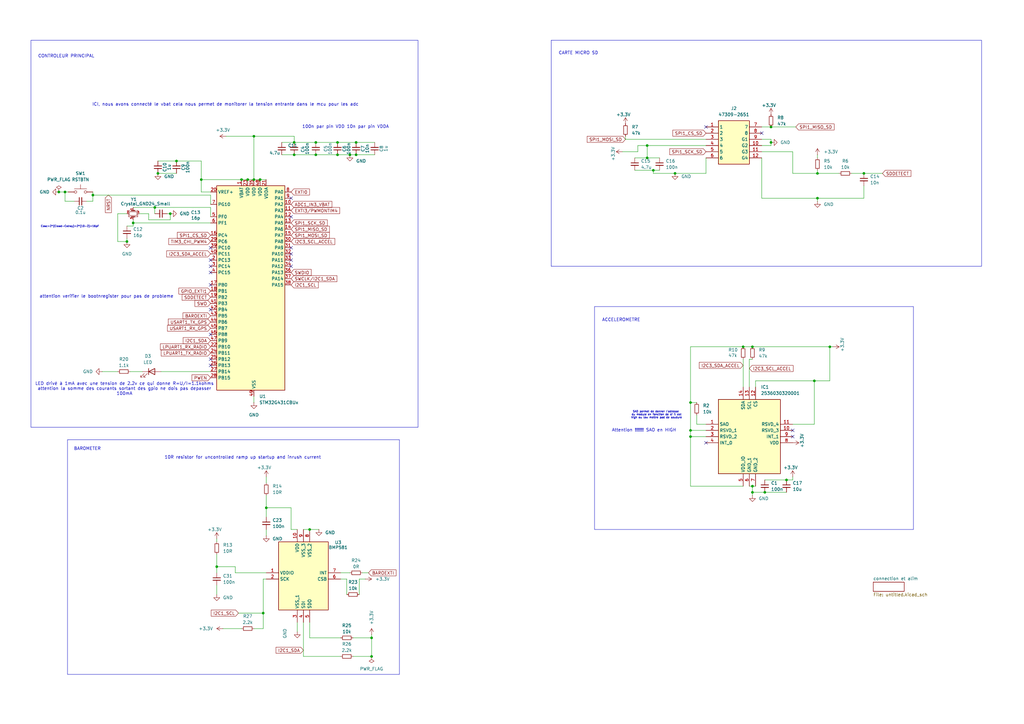
<source format=kicad_sch>
(kicad_sch (version 20231120) (generator "eeschema") (generator_version "8.0")
  (paper "A3")
  (lib_symbols
    (symbol "Device:C_Small" (pin_numbers hide) (pin_names (offset 0.254) hide)
      (property "Reference" "C" (at 0.254 1.778 0))
      (property "Value" "C_Small" (at 0.254 -2.032 0))
      (symbol "C_Small_0_1"
        (polyline (pts (xy -1.524 -0.508) (xy 1.524 -0.508)) (stroke (width 0.3302)))
        (polyline (pts (xy -1.524 0.508) (xy 1.524 0.508)) (stroke (width 0.3048)))
      )
      (symbol "C_Small_1_1"
        (pin passive line (at 0 2.54 270) (length 2.032) (name "~") (number "1"))
        (pin passive line (at 0 -2.54 90) (length 2.032) (name "~") (number "2"))
      )
    )
    (symbol "Device:Crystal_GND24_Small" (pin_names (offset 1.016) hide)
      (property "Reference" "Y" (at 1.27 4.445 0))
      (property "Value" "Crystal_GND24_Small" (at 1.27 2.54 0))
      (symbol "Crystal_GND24_Small_0_1"
        (rectangle (start -0.762 -1.524) (end 0.762 1.524))
        (polyline (pts (xy -1.27 -0.762) (xy -1.27 0.762)) (stroke (width 0.381)))
        (polyline (pts (xy 1.27 -0.762) (xy 1.27 0.762)) (stroke (width 0.381)))
        (polyline (pts (xy -1.27 -1.27) (xy -1.27 -1.905) (xy 1.27 -1.905) (xy 1.27 -1.27)))
        (polyline (pts (xy -1.27 1.27) (xy -1.27 1.905) (xy 1.27 1.905) (xy 1.27 1.27)))
      )
      (symbol "Crystal_GND24_Small_1_1"
        (pin passive line (at -2.54 0 0) (length 1.27) (name "1") (number "1"))
        (pin passive line (at 0 -2.54 90) (length 0.635) (name "2") (number "2"))
        (pin passive line (at 2.54 0 180) (length 1.27) (name "3") (number "3"))
        (pin passive line (at 0 2.54 270) (length 0.635) (name "4") (number "4"))
      )
    )
    (symbol "Device:LED" (pin_numbers hide) (pin_names (offset 1.016) hide)
      (property "Reference" "D" (at 0 2.54 0))
      (property "Value" "LED" (at 0 -2.54 0))
      (symbol "LED_0_1"
        (polyline (pts (xy -1.27 -1.27) (xy -1.27 1.27)) (stroke (width 0.254)))
        (polyline (pts (xy -1.27 0) (xy 1.27 0)))
        (polyline (pts (xy 1.27 -1.27) (xy 1.27 1.27) (xy -1.27 0) (xy 1.27 -1.27)) (stroke (width 0.254)))
        (polyline (pts (xy -3.048 -0.762) (xy -4.572 -2.286) (xy -3.81 -2.286) (xy -4.572 -2.286) (xy -4.572 -1.524)))
        (polyline (pts (xy -1.778 -0.762) (xy -3.302 -2.286) (xy -2.54 -2.286) (xy -3.302 -2.286) (xy -3.302 -1.524)))
      )
      (symbol "LED_1_1"
        (pin passive line (at -3.81 0 0) (length 2.54) (name "K") (number "1"))
        (pin passive line (at 3.81 0 180) (length 2.54) (name "A") (number "2"))
      )
    )
    (symbol "Device:R_Small" (pin_numbers hide) (pin_names (offset 0.254) hide)
      (property "Reference" "R" (at 0.762 0.508 0))
      (property "Value" "R_Small" (at 0.762 -1.016 0))
      (symbol "R_Small_0_1"
        (rectangle (start -0.762 1.778) (end 0.762 -1.778) (stroke (width 0.2032)))
      )
      (symbol "R_Small_1_1"
        (pin passive line (at 0 2.54 270) (length 0.762) (name "~") (number "1"))
        (pin passive line (at 0 -2.54 90) (length 0.762) (name "~") (number "2"))
      )
    )
    (symbol "MCU_ST_STM32G4:STM32G431CBUx"
      (property "Reference" "U" (at -12.7 44.45 0))
      (property "Value" "STM32G431CBUx" (at 10.16 44.45 0))
      (symbol "STM32G431CBUx_0_1"
        (rectangle (start -12.7 -40.64) (end 15.24 43.18) (stroke (width 0.254)) (fill (type background)))
      )
      (symbol "STM32G431CBUx_1_1"
        (pin power_in line (at -2.54 45.72 270) (length 2.54) (name "VBAT") (number "1"))
        (pin bidirectional line (at 17.78 35.56 180) (length 2.54) (name "PA2") (number "10"))
        (pin bidirectional line (at 17.78 33.02 180) (length 2.54) (name "PA3") (number "11"))
        (pin bidirectional line (at 17.78 30.48 180) (length 2.54) (name "PA4") (number "12"))
        (pin bidirectional line (at 17.78 27.94 180) (length 2.54) (name "PA5") (number "13"))
        (pin bidirectional line (at 17.78 25.4 180) (length 2.54) (name "PA6") (number "14"))
        (pin bidirectional line (at 17.78 22.86 180) (length 2.54) (name "PA7") (number "15"))
        (pin bidirectional line (at -15.24 22.86 0) (length 2.54) (name "PC4") (number "16"))
        (pin bidirectional line (at -15.24 2.54 0) (length 2.54) (name "PB0") (number "17"))
        (pin bidirectional line (at -15.24 0 0) (length 2.54) (name "PB1") (number "18"))
        (pin bidirectional line (at -15.24 -2.54 0) (length 2.54) (name "PB2") (number "19"))
        (pin bidirectional line (at -15.24 12.7 0) (length 2.54) (name "PC13") (number "2"))
        (pin input line (at -15.24 40.64 0) (length 2.54) (name "VREF+") (number "20"))
        (pin power_in line (at 7.62 45.72 270) (length 2.54) (name "VDDA") (number "21"))
        (pin bidirectional line (at -15.24 -22.86 0) (length 2.54) (name "PB10") (number "22"))
        (pin power_in line (at 0 45.72 270) (length 2.54) (name "VDD") (number "23"))
        (pin bidirectional line (at -15.24 -25.4 0) (length 2.54) (name "PB11") (number "24"))
        (pin bidirectional line (at -15.24 -27.94 0) (length 2.54) (name "PB12") (number "25"))
        (pin bidirectional line (at -15.24 -30.48 0) (length 2.54) (name "PB13") (number "26"))
        (pin bidirectional line (at -15.24 -33.02 0) (length 2.54) (name "PB14") (number "27"))
        (pin bidirectional line (at -15.24 -35.56 0) (length 2.54) (name "PB15") (number "28"))
        (pin bidirectional line (at -15.24 20.32 0) (length 2.54) (name "PC6") (number "29"))
        (pin bidirectional line (at -15.24 10.16 0) (length 2.54) (name "PC14") (number "3"))
        (pin bidirectional line (at 17.78 20.32 180) (length 2.54) (name "PA8") (number "30"))
        (pin bidirectional line (at 17.78 17.78 180) (length 2.54) (name "PA9") (number "31"))
        (pin bidirectional line (at 17.78 15.24 180) (length 2.54) (name "PA10") (number "32"))
        (pin bidirectional line (at 17.78 12.7 180) (length 2.54) (name "PA11") (number "33"))
        (pin bidirectional line (at 17.78 10.16 180) (length 2.54) (name "PA12") (number "34"))
        (pin power_in line (at 2.54 45.72 270) (length 2.54) (name "VDD") (number "35"))
        (pin bidirectional line (at 17.78 7.62 180) (length 2.54) (name "PA13") (number "36"))
        (pin bidirectional line (at 17.78 5.08 180) (length 2.54) (name "PA14") (number "37"))
        (pin bidirectional line (at 17.78 2.54 180) (length 2.54) (name "PA15") (number "38"))
        (pin bidirectional line (at -15.24 17.78 0) (length 2.54) (name "PC10") (number "39"))
        (pin bidirectional line (at -15.24 7.62 0) (length 2.54) (name "PC15") (number "4"))
        (pin bidirectional line (at -15.24 15.24 0) (length 2.54) (name "PC11") (number "40"))
        (pin bidirectional line (at -15.24 -5.08 0) (length 2.54) (name "PB3") (number "41"))
        (pin bidirectional line (at -15.24 -7.62 0) (length 2.54) (name "PB4") (number "42"))
        (pin bidirectional line (at -15.24 -10.16 0) (length 2.54) (name "PB5") (number "43"))
        (pin bidirectional line (at -15.24 -12.7 0) (length 2.54) (name "PB6") (number "44"))
        (pin bidirectional line (at -15.24 -15.24 0) (length 2.54) (name "PB7") (number "45"))
        (pin bidirectional line (at -15.24 -17.78 0) (length 2.54) (name "PB8") (number "46"))
        (pin bidirectional line (at -15.24 -20.32 0) (length 2.54) (name "PB9") (number "47"))
        (pin power_in line (at 5.08 45.72 270) (length 2.54) (name "VDD") (number "48"))
        (pin power_in line (at 2.54 -43.18 90) (length 2.54) (name "VSS") (number "49"))
        (pin bidirectional line (at -15.24 30.48 0) (length 2.54) (name "PF0") (number "5"))
        (pin bidirectional line (at -15.24 27.94 0) (length 2.54) (name "PF1") (number "6"))
        (pin bidirectional line (at -15.24 35.56 0) (length 2.54) (name "PG10") (number "7"))
        (pin bidirectional line (at 17.78 40.64 180) (length 2.54) (name "PA0") (number "8"))
        (pin bidirectional line (at 17.78 38.1 180) (length 2.54) (name "PA1") (number "9"))
      )
    )
    (symbol "Switch:SW_Push" (pin_numbers hide) (pin_names (offset 1.016) hide)
      (property "Reference" "SW" (at 1.27 2.54 0))
      (property "Value" "SW_Push" (at 0 -1.524 0))
      (symbol "SW_Push_0_1"
        (circle (center -2.032 0) (radius 0.508))
        (polyline (pts (xy 0 1.27) (xy 0 3.048)))
        (polyline (pts (xy 2.54 1.27) (xy -2.54 1.27)))
        (circle (center 2.032 0) (radius 0.508))
        (pin passive line (at -5.08 0 0) (length 2.54) (name "1") (number "1"))
        (pin passive line (at 5.08 0 180) (length 2.54) (name "2") (number "2"))
      )
    )
    (symbol "WSEN-ISDS:2536030320001"
      (property "Reference" "IC" (at 31.75 15.24 0))
      (property "Value" "2536030320001" (at 31.75 12.7 0))
      (symbol "2536030320001_1_1"
        (rectangle (start 5.08 10.16) (end 30.48 -20.32) (stroke (width 0.254)) (fill (type background)))
        (pin passive line (at 0 0 0) (length 5.08) (name "SAO") (number "1"))
        (pin passive line (at 35.56 -2.54 180) (length 5.08) (name "RSVD_3") (number "10"))
        (pin passive line (at 35.56 0 180) (length 5.08) (name "RSVD_4") (number "11"))
        (pin passive line (at 20.32 15.24 270) (length 5.08) (name "CS") (number "12"))
        (pin passive line (at 17.78 15.24 270) (length 5.08) (name "SCL") (number "13"))
        (pin passive line (at 15.24 15.24 270) (length 5.08) (name "SDA") (number "14"))
        (pin passive line (at 0 -2.54 0) (length 5.08) (name "RSVD_1") (number "2"))
        (pin passive line (at 0 -5.08 0) (length 5.08) (name "RSVD_2") (number "3"))
        (pin passive line (at 0 -7.62 0) (length 5.08) (name "INT_0") (number "4"))
        (pin passive line (at 15.24 -25.4 90) (length 5.08) (name "VDD_IO") (number "5"))
        (pin passive line (at 17.78 -25.4 90) (length 5.08) (name "GND_1") (number "6"))
        (pin passive line (at 20.32 -25.4 90) (length 5.08) (name "GND_2") (number "7"))
        (pin passive line (at 35.56 -7.62 180) (length 5.08) (name "VDD") (number "8"))
        (pin passive line (at 35.56 -5.08 180) (length 5.08) (name "INT_1") (number "9"))
      )
    )
    (symbol "bmp581:BMP581"
      (property "Reference" "U" (at 26.67 17.78 0))
      (property "Value" "BMP581" (at 26.67 15.24 0))
      (symbol "BMP581_1_1"
        (rectangle (start 5.08 12.7) (end 25.4 -15.24) (stroke (width 0.254)) (fill (type background)))
        (pin passive line (at 0 0 0) (length 5.08) (name "VDDIO") (number "1"))
        (pin passive line (at 12.7 17.78 270) (length 5.08) (name "VDD") (number "10"))
        (pin passive line (at 0 -2.54 0) (length 5.08) (name "SCK") (number "2"))
        (pin passive line (at 12.7 -20.32 90) (length 5.08) (name "VSS_1") (number "3"))
        (pin passive line (at 15.24 -20.32 90) (length 5.08) (name "SDI") (number "4"))
        (pin passive line (at 17.78 -20.32 90) (length 5.08) (name "SDO") (number "5"))
        (pin passive line (at 30.48 -2.54 180) (length 5.08) (name "CSB") (number "6"))
        (pin passive line (at 30.48 0 180) (length 5.08) (name "INT") (number "7"))
        (pin passive line (at 17.78 17.78 270) (length 5.08) (name "VSS_2") (number "8"))
        (pin passive line (at 15.24 17.78 270) (length 5.08) (name "VSS_3") (number "9"))
      )
    )
    (symbol "molex 47309-2651:47309-2651"
      (property "Reference" "J" (at 19.05 7.62 0))
      (property "Value" "47309-2651" (at 19.05 5.08 0))
      (symbol "47309-2651_1_1"
        (rectangle (start 5.08 2.54) (end 17.78 -15.24) (stroke (width 0.254)) (fill (type background)))
        (pin passive line (at 0 0 0) (length 5.08) (name "1") (number "1"))
        (pin passive line (at 22.86 -7.62 180) (length 5.08) (name "G2") (number "10"))
        (pin passive line (at 22.86 -10.16 180) (length 5.08) (name "G3") (number "11"))
        (pin passive line (at 22.86 -12.7 180) (length 5.08) (name "G4") (number "12"))
        (pin passive line (at 0 -2.54 0) (length 5.08) (name "2") (number "2"))
        (pin passive line (at 0 -5.08 0) (length 5.08) (name "3") (number "3"))
        (pin passive line (at 0 -7.62 0) (length 5.08) (name "4") (number "4"))
        (pin passive line (at 0 -10.16 0) (length 5.08) (name "5") (number "5"))
        (pin passive line (at 0 -12.7 0) (length 5.08) (name "6") (number "6"))
        (pin passive line (at 22.86 0 180) (length 5.08) (name "7") (number "7"))
        (pin passive line (at 22.86 -2.54 180) (length 5.08) (name "8") (number "8"))
        (pin passive line (at 22.86 -5.08 180) (length 5.08) (name "G1") (number "9"))
      )
    )
    (symbol "power:+3.3V" (power) (pin_numbers hide) (pin_names (offset 0) hide)
      (property "Value" "+3.3V" (at 0 3.556 0))
      (symbol "+3.3V_0_1"
        (polyline (pts (xy -0.762 1.27) (xy 0 2.54)))
        (polyline (pts (xy 0 0) (xy 0 2.54)))
        (polyline (pts (xy 0 2.54) (xy 0.762 1.27)))
      )
      (symbol "+3.3V_1_1"
        (pin power_in line (at 0 0 90) (length 0) (name "~") (number "1"))
      )
    )
    (symbol "power:GND" (power) (pin_numbers hide) (pin_names (offset 0) hide)
      (property "Value" "GND" (at 0 -3.81 0))
      (symbol "GND_0_1"
        (polyline (pts (xy 0 0) (xy 0 -1.27) (xy 1.27 -1.27) (xy 0 -2.54) (xy -1.27 -1.27) (xy 0 -1.27)))
      )
      (symbol "GND_1_1"
        (pin power_in line (at 0 0 270) (length 0) (name "~") (number "1"))
      )
    )
    (symbol "power:PWR_FLAG" (power) (pin_numbers hide) (pin_names (offset 0) hide)
      (property "Value" "PWR_FLAG" (at 0 3.81 0))
      (symbol "PWR_FLAG_0_0"
        (pin power_out line (at 0 0 90) (length 0) (name "~") (number "1"))
      )
      (symbol "PWR_FLAG_0_1"
        (polyline (pts (xy 0 0) (xy 0 1.27) (xy -1.016 1.905) (xy 0 2.54) (xy 1.016 1.905) (xy 0 1.27)))
      )
    )
  )
  (junction (at 313.69 201.93))
  (junction (at 276.86 71.12))
  (junction (at 283.21 176.53))
  (junction (at 88.9 232.41))
  (junction (at 82.55 73.66))
  (junction (at 107.95 251.46))
  (junction (at 146.05 63.5))
  (junction (at 152.4 261.62))
  (junction (at 265.43 64.77))
  (junction (at 316.23 58.42))
  (junction (at 308.61 142.24))
  (junction (at 308.61 201.93))
  (junction (at 138.43 58.42))
  (junction (at 138.43 63.5))
  (junction (at 104.14 55.88))
  (junction (at 120.65 63.5))
  (junction (at 69.85 87.63))
  (junction (at 26.67 78.74))
  (junction (at 54.61 91.44))
  (junction (at 64.77 71.12))
  (junction (at 127 217.17))
  (junction (at 334.01 156.21))
  (junction (at 120.65 58.42))
  (junction (at 335.28 71.12))
  (junction (at 143.51 63.5))
  (junction (at 152.4 269.24))
  (junction (at 340.36 142.24))
  (junction (at 129.54 58.42))
  (junction (at 308.61 199.39))
  (junction (at 267.97 69.85))
  (junction (at 304.8 142.24))
  (junction (at 283.21 179.07))
  (junction (at 63.5 85.09))
  (junction (at 283.21 165.1))
  (junction (at 104.14 73.66))
  (junction (at 354.33 71.12))
  (junction (at 146.05 58.42))
  (junction (at 24.13 78.74))
  (junction (at 99.06 73.66))
  (junction (at 106.68 73.66))
  (junction (at 101.6 73.66))
  (junction (at 52.07 99.06))
  (junction (at 38.1 80.01))
  (junction (at 316.23 52.07))
  (junction (at 335.28 81.28))
  (junction (at 109.22 208.28))
  (junction (at 72.39 66.04))
  (junction (at 265.43 59.69))
  (junction (at 129.54 63.5))
  (junction (at 322.58 196.85))
  (no_connect (at 86.36 106.68))
  (no_connect (at 119.38 101.6))
  (no_connect (at 289.56 52.07))
  (no_connect (at 119.38 88.9))
  (no_connect (at 86.36 127))
  (no_connect (at 325.12 176.53))
  (no_connect (at 86.36 111.76))
  (no_connect (at 86.36 137.16))
  (no_connect (at 119.38 106.68))
  (no_connect (at 86.36 116.84))
  (no_connect (at 325.12 179.07))
  (no_connect (at 289.56 181.61))
  (no_connect (at 86.36 147.32))
  (no_connect (at 86.36 101.6))
  (no_connect (at 119.38 109.22))
  (no_connect (at 119.38 81.28))
  (no_connect (at 86.36 149.86))
  (no_connect (at 86.36 109.22))
  (no_connect (at 119.38 104.14))
  (no_connect (at 312.42 54.61))
  (wire (pts (xy 48.26 99.06) (xy 52.07 99.06)))
  (wire (pts (xy 60.96 90.17) (xy 69.85 90.17)))
  (wire (pts (xy 308.61 199.39) (xy 308.61 201.93)))
  (wire (pts (xy 129.54 63.5) (xy 138.43 63.5)))
  (wire (pts (xy 88.9 220.98) (xy 88.9 222.25)))
  (wire (pts (xy 106.68 73.66) (xy 109.22 73.66)))
  (wire (pts (xy 60.96 87.63) (xy 60.96 90.17)))
  (wire (pts (xy 147.32 237.49) (xy 149.86 237.49)))
  (wire (pts (xy 69.85 90.17) (xy 69.85 87.63)))
  (wire (pts (xy 138.43 63.5) (xy 143.51 63.5)))
  (wire (pts (xy 144.78 261.62) (xy 152.4 261.62)))
  (wire (pts (xy 335.28 71.12) (xy 344.17 71.12)))
  (wire (pts (xy 334.01 156.21) (xy 340.36 156.21)))
  (wire (pts (xy 115.57 63.5) (xy 120.65 63.5)))
  (wire (pts (xy 88.9 240.03) (xy 88.9 243.84)))
  (wire (pts (xy 109.22 234.95) (xy 96.52 234.95)))
  (wire (pts (xy 119.38 208.28) (xy 109.22 208.28)))
  (wire (pts (xy 308.61 201.93) (xy 313.69 201.93)))
  (wire (pts (xy 26.67 78.74) (xy 27.94 78.74)))
  (wire (pts (xy 152.4 269.24) (xy 152.4 261.62)))
  (wire (pts (xy 283.21 179.07) (xy 283.21 176.53)))
  (wire (pts (xy 109.22 208.28) (xy 109.22 212.09)))
  (wire (pts (xy 322.58 196.85) (xy 325.12 196.85)))
  (wire (pts (xy 325.12 195.58) (xy 325.12 196.85)))
  (wire (pts (xy 86.36 85.09) (xy 86.36 88.9)))
  (wire (pts (xy 101.6 73.66) (xy 104.14 73.66)))
  (wire (pts (xy 64.77 71.12) (xy 72.39 71.12)))
  (wire (pts (xy 283.21 142.24) (xy 283.21 165.1)))
  (wire (pts (xy 86.36 78.74) (xy 82.55 78.74)))
  (wire (pts (xy 120.65 55.88) (xy 120.65 58.42)))
  (wire (pts (xy 96.52 234.95) (xy 96.52 232.41)))
  (wire (pts (xy 115.57 58.42) (xy 120.65 58.42)))
  (wire (pts (xy 35.56 82.55) (xy 38.1 82.55)))
  (wire (pts (xy 307.34 147.32) (xy 308.61 147.32)))
  (wire (pts (xy 53.34 152.4) (xy 58.42 152.4)))
  (wire (pts (xy 325.12 62.23) (xy 325.12 71.12)))
  (wire (pts (xy 335.28 81.28) (xy 335.28 82.55)))
  (wire (pts (xy 38.1 80.01) (xy 38.1 82.55)))
  (wire (pts (xy 261.62 62.23) (xy 261.62 59.69)))
  (wire (pts (xy 63.5 85.09) (xy 63.5 87.63)))
  (wire (pts (xy 57.15 87.63) (xy 60.96 87.63)))
  (wire (pts (xy 26.67 82.55) (xy 26.67 78.74)))
  (wire (pts (xy 52.07 97.79) (xy 52.07 99.06)))
  (wire (pts (xy 109.22 195.58) (xy 109.22 198.12)))
  (wire (pts (xy 109.22 203.2) (xy 109.22 208.28)))
  (wire (pts (xy 121.92 255.27) (xy 121.92 259.08)))
  (wire (pts (xy 127 261.62) (xy 139.7 261.62)))
  (wire (pts (xy 54.61 91.44) (xy 86.36 91.44)))
  (wire (pts (xy 283.21 179.07) (xy 289.56 179.07)))
  (wire (pts (xy 38.1 80.01) (xy 86.36 80.01)))
  (wire (pts (xy 283.21 176.53) (xy 289.56 176.53)))
  (wire (pts (xy 99.06 73.66) (xy 101.6 73.66)))
  (wire (pts (xy 307.34 199.39) (xy 308.61 199.39)))
  (wire (pts (xy 308.61 199.39) (xy 309.88 199.39)))
  (wire (pts (xy 325.12 71.12) (xy 335.28 71.12)))
  (wire (pts (xy 325.12 173.99) (xy 334.01 173.99)))
  (wire (pts (xy 104.14 162.56) (xy 104.14 165.1)))
  (wire (pts (xy 142.24 243.84) (xy 142.24 237.49)))
  (wire (pts (xy 316.23 58.42) (xy 316.23 57.15)))
  (wire (pts (xy 316.23 59.69) (xy 316.23 58.42)))
  (wire (pts (xy 127 217.17) (xy 130.81 217.17)))
  (wire (pts (xy 104.14 73.66) (xy 106.68 73.66)))
  (wire (pts (xy 283.21 142.24) (xy 304.8 142.24)))
  (wire (pts (xy 88.9 232.41) (xy 88.9 234.95)))
  (wire (pts (xy 289.56 173.99) (xy 285.75 173.99)))
  (wire (pts (xy 88.9 227.33) (xy 88.9 232.41)))
  (wire (pts (xy 316.23 52.07) (xy 312.42 52.07)))
  (wire (pts (xy 64.77 66.04) (xy 72.39 66.04)))
  (wire (pts (xy 52.07 92.71) (xy 54.61 92.71)))
  (wire (pts (xy 256.54 57.15) (xy 256.54 55.88)))
  (wire (pts (xy 256.54 57.15) (xy 289.56 57.15)))
  (wire (pts (xy 312.42 81.28) (xy 312.42 64.77)))
  (wire (pts (xy 334.01 173.99) (xy 334.01 156.21)))
  (wire (pts (xy 120.65 63.5) (xy 129.54 63.5)))
  (wire (pts (xy 104.14 55.88) (xy 120.65 55.88)))
  (wire (pts (xy 313.69 196.85) (xy 322.58 196.85)))
  (wire (pts (xy 54.61 91.44) (xy 54.61 90.17)))
  (wire (pts (xy 267.97 69.85) (xy 270.51 69.85)))
  (wire (pts (xy 146.05 58.42) (xy 153.67 58.42)))
  (wire (pts (xy 142.24 237.49) (xy 139.7 237.49)))
  (wire (pts (xy 68.58 87.63) (xy 69.85 87.63)))
  (wire (pts (xy 308.61 201.93) (xy 308.61 203.2)))
  (wire (pts (xy 349.25 71.12) (xy 354.33 71.12)))
  (wire (pts (xy 54.61 85.09) (xy 63.5 85.09)))
  (wire (pts (xy 307.34 158.75) (xy 307.34 147.32)))
  (wire (pts (xy 63.5 85.09) (xy 86.36 85.09)))
  (wire (pts (xy 285.75 173.99) (xy 285.75 170.18)))
  (wire (pts (xy 335.28 63.5) (xy 335.28 64.77)))
  (wire (pts (xy 82.55 73.66) (xy 99.06 73.66)))
  (wire (pts (xy 309.88 156.21) (xy 334.01 156.21)))
  (wire (pts (xy 340.36 142.24) (xy 341.63 142.24)))
  (wire (pts (xy 312.42 59.69) (xy 316.23 59.69)))
  (wire (pts (xy 308.61 142.24) (xy 340.36 142.24)))
  (wire (pts (xy 66.04 152.4) (xy 86.36 152.4)))
  (wire (pts (xy 151.13 234.95) (xy 148.59 234.95)))
  (wire (pts (xy 96.52 232.41) (xy 88.9 232.41)))
  (wire (pts (xy 82.55 78.74) (xy 82.55 73.66)))
  (wire (pts (xy 340.36 156.21) (xy 340.36 142.24)))
  (wire (pts (xy 24.13 78.74) (xy 26.67 78.74)))
  (wire (pts (xy 124.46 255.27) (xy 124.46 269.24)))
  (wire (pts (xy 82.55 66.04) (xy 72.39 66.04)))
  (wire (pts (xy 304.8 142.24) (xy 308.61 142.24)))
  (wire (pts (xy 38.1 78.74) (xy 38.1 80.01)))
  (wire (pts (xy 139.7 234.95) (xy 143.51 234.95)))
  (wire (pts (xy 260.35 69.85) (xy 267.97 69.85)))
  (wire (pts (xy 289.56 71.12) (xy 276.86 71.12)))
  (wire (pts (xy 335.28 81.28) (xy 312.42 81.28)))
  (wire (pts (xy 30.48 82.55) (xy 26.67 82.55)))
  (wire (pts (xy 289.56 59.69) (xy 265.43 59.69)))
  (wire (pts (xy 104.14 257.81) (xy 107.95 257.81)))
  (wire (pts (xy 354.33 81.28) (xy 335.28 81.28)))
  (wire (pts (xy 52.07 87.63) (xy 48.26 87.63)))
  (wire (pts (xy 267.97 71.12) (xy 267.97 69.85)))
  (wire (pts (xy 147.32 243.84) (xy 147.32 237.49)))
  (wire (pts (xy 283.21 165.1) (xy 285.75 165.1)))
  (wire (pts (xy 354.33 71.12) (xy 361.95 71.12)))
  (wire (pts (xy 138.43 58.42) (xy 146.05 58.42)))
  (wire (pts (xy 124.46 269.24) (xy 139.7 269.24)))
  (wire (pts (xy 107.95 251.46) (xy 97.79 251.46)))
  (wire (pts (xy 91.44 257.81) (xy 99.06 257.81)))
  (wire (pts (xy 261.62 59.69) (xy 265.43 59.69)))
  (wire (pts (xy 41.91 152.4) (xy 48.26 152.4)))
  (wire (pts (xy 143.51 63.5) (xy 146.05 63.5)))
  (wire (pts (xy 276.86 71.12) (xy 267.97 71.12)))
  (wire (pts (xy 86.36 80.01) (xy 86.36 83.82)))
  (wire (pts (xy 119.38 217.17) (xy 119.38 208.28)))
  (wire (pts (xy 146.05 63.5) (xy 153.67 63.5)))
  (wire (pts (xy 335.28 69.85) (xy 335.28 71.12)))
  (wire (pts (xy 82.55 73.66) (xy 82.55 66.04)))
  (wire (pts (xy 109.22 217.17) (xy 109.22 219.71)))
  (wire (pts (xy 127 255.27) (xy 127 261.62)))
  (wire (pts (xy 129.54 58.42) (xy 138.43 58.42)))
  (wire (pts (xy 107.95 237.49) (xy 107.95 251.46)))
  (wire (pts (xy 313.69 201.93) (xy 322.58 201.93)))
  (wire (pts (xy 152.4 261.62) (xy 152.4 260.35)))
  (wire (pts (xy 109.22 237.49) (xy 107.95 237.49)))
  (wire (pts (xy 316.23 57.15) (xy 312.42 57.15)))
  (wire (pts (xy 104.14 55.88) (xy 104.14 73.66)))
  (wire (pts (xy 92.71 55.88) (xy 104.14 55.88)))
  (wire (pts (xy 283.21 165.1) (xy 283.21 176.53)))
  (wire (pts (xy 312.42 62.23) (xy 325.12 62.23)))
  (wire (pts (xy 54.61 92.71) (xy 54.61 91.44)))
  (wire (pts (xy 309.88 158.75) (xy 309.88 156.21)))
  (wire (pts (xy 289.56 64.77) (xy 289.56 71.12)))
  (wire (pts (xy 326.39 52.07) (xy 316.23 52.07)))
  (wire (pts (xy 265.43 64.77) (xy 270.51 64.77)))
  (wire (pts (xy 144.78 269.24) (xy 152.4 269.24)))
  (wire (pts (xy 255.27 62.23) (xy 261.62 62.23)))
  (wire (pts (xy 107.95 257.81) (xy 107.95 251.46)))
  (wire (pts (xy 265.43 59.69) (xy 265.43 64.77)))
  (wire (pts (xy 48.26 87.63) (xy 48.26 99.06)))
  (wire (pts (xy 121.92 217.17) (xy 119.38 217.17)))
  (wire (pts (xy 283.21 179.07) (xy 283.21 199.39)))
  (wire (pts (xy 260.35 64.77) (xy 265.43 64.77)))
  (wire (pts (xy 304.8 199.39) (xy 283.21 199.39)))
  (wire (pts (xy 124.46 217.17) (xy 127 217.17)))
  (wire (pts (xy 304.8 147.32) (xy 304.8 158.75)))
  (wire (pts (xy 120.65 58.42) (xy 129.54 58.42)))
  (wire (pts (xy 354.33 76.2) (xy 354.33 81.28)))
  (rectangle (start 27.686 180.34) (end 163.83 276.606))
  (rectangle (start 243.84 125.73) (end 374.65 217.17))
  (rectangle (start 12.7 16.51) (end 171.45 175.26))
  (rectangle (start 226.06 16.51) (end 402.59 109.22))
  (text "Cosc=2*(Cload-Cstray)=2*(10-2)=16pF\n" (at 28.702 92.964 0) (effects (font (size 0.762 0.762))))
  (text "BAROMETER\n" (at 35.814 184.15 0) (effects (font (size 1.27 1.27))))
  (text "10R resistor for uncontrolled ramp up startup and inrush current" (at 99.568 187.706 0) (effects (font (size 1.27 1.27))))
  (text "LED drivé à 1mA avec une tension de 2.2v ce qui donne R=U/I=1.1kohms\nattention la somme des courants sortant des gpio ne dois pas depasser\n100mA" (at 51.054 159.512 0) (effects (font (size 1.27 1.27))))
  (text "Attention !!!!!! SAO en HIGH" (at 264.16 176.53 0) (effects (font (size 1.27 1.27))))
  (text "CONTROLEUR PRINCIPAL" (at 27.178 23.114 0) (effects (font (size 1.27 1.27))))
  (text "CARTE MICRO SD" (at 237.236 21.844 0) (effects (font (size 1.27 1.27))))
  (text "SAO permet de donner l'adresse\n du module en fonction de si il est\n high ou low mettre pad de soudure" (at 268.986 170.18 0) (effects (font (size 0.762 0.762))))
  (text "ICI, nous avons connecté le vbat cela nous permet de monitorer la tension entrante dans le mcu pour les adc" (at 92.456 42.926 0) (effects (font (size 1.27 1.27))))
  (text "100n par pin VDD 10n par pin VDDA" (at 141.732 52.07 0) (effects (font (size 1.27 1.27))))
  (text "ACCELEROMETRE" (at 254.762 131.318 0) (effects (font (size 1.27 1.27))))
  (text "attention verifier le bootnregister pour pas de probleme" (at 43.688 121.666 0) (effects (font (size 1.27 1.27))))
  (global_label "SWO" (shape input) (at 86.36 124.46 180) (property "Intersheetrefs" "${INTERSHEET_REFS}" (effects (hide yes))))
  (global_label "SPI1_CS_SD" (shape input) (at 86.36 96.52 180) (property "Intersheetrefs" "${INTERSHEET_REFS}" (effects (hide yes))))
  (global_label "USART1_TX_GPS" (shape input) (at 86.36 132.08 180) (property "Intersheetrefs" "${INTERSHEET_REFS}" (effects (hide yes))))
  (global_label "SPI1_MOSI_SD" (shape input) (at 256.54 57.15 180) (property "Intersheetrefs" "${INTERSHEET_REFS}" (effects (hide yes))))
  (global_label "BAROEXTI" (shape input) (at 86.36 129.54 180) (property "Intersheetrefs" "${INTERSHEET_REFS}" (effects (hide yes))))
  (global_label "I2C1_SCL" (shape input) (at 119.38 116.84 0) (property "Intersheetrefs" "${INTERSHEET_REFS}" (effects (hide yes))))
  (global_label "I2C3_SDA_ACCEL" (shape input) (at 304.8 149.86 180) (property "Intersheetrefs" "${INTERSHEET_REFS}" (effects (hide yes))))
  (global_label "I2C1_SCL" (shape input) (at 97.79 251.46 180) (property "Intersheetrefs" "${INTERSHEET_REFS}" (effects (hide yes))))
  (global_label "I2C1_SDA" (shape input) (at 124.46 266.7 180) (property "Intersheetrefs" "${INTERSHEET_REFS}" (effects (hide yes))))
  (global_label "SPI1_SCK_SD" (shape input) (at 289.56 62.23 180) (property "Intersheetrefs" "${INTERSHEET_REFS}" (effects (hide yes))))
  (global_label "ADC1_IN3_VBAT" (shape input) (at 119.38 83.82 0) (property "Intersheetrefs" "${INTERSHEET_REFS}" (effects (hide yes))))
  (global_label "I2C3_SCL_ACCEL" (shape input) (at 119.38 99.06 0) (property "Intersheetrefs" "${INTERSHEET_REFS}" (effects (hide yes))))
  (global_label "EXTI3{slash}PWMONTIM4" (shape input) (at 119.38 86.36 0) (property "Intersheetrefs" "${INTERSHEET_REFS}" (effects (hide yes))))
  (global_label "SWCLK{slash}I2C1_SDA" (shape input) (at 119.38 114.3 0) (property "Intersheetrefs" "${INTERSHEET_REFS}" (effects (hide yes))))
  (global_label "SPI1_MISO_SD" (shape input) (at 326.39 52.07 0) (property "Intersheetrefs" "${INTERSHEET_REFS}" (effects (hide yes))))
  (global_label "USART1_RX_GPS" (shape input) (at 86.36 134.62 180) (property "Intersheetrefs" "${INTERSHEET_REFS}" (effects (hide yes))))
  (global_label "SPI1_MISO_SD" (shape input) (at 119.38 93.98 0) (property "Intersheetrefs" "${INTERSHEET_REFS}" (effects (hide yes))))
  (global_label "I2C3_SDA_ACCEL" (shape input) (at 86.36 104.14 180) (property "Intersheetrefs" "${INTERSHEET_REFS}" (effects (hide yes))))
  (global_label "LPUART1_RX_RADIO" (shape input) (at 86.36 142.24 180) (property "Intersheetrefs" "${INTERSHEET_REFS}" (effects (hide yes))))
  (global_label "SDDETECT" (shape input) (at 86.36 121.92 180) (property "Intersheetrefs" "${INTERSHEET_REFS}" (effects (hide yes))))
  (global_label "I2C3_SCL_ACCEL" (shape input) (at 307.34 151.13 0) (property "Intersheetrefs" "${INTERSHEET_REFS}" (effects (hide yes))))
  (global_label "TIM3_CHI_PWM4" (shape input) (at 86.36 99.06 180) (property "Intersheetrefs" "${INTERSHEET_REFS}" (effects (hide yes))))
  (global_label "BAROEXTI" (shape input) (at 151.13 234.95 0) (property "Intersheetrefs" "${INTERSHEET_REFS}" (effects (hide yes))))
  (global_label "NRST" (shape input) (at 44.45 80.01 270) (property "Intersheetrefs" "${INTERSHEET_REFS}" (effects (hide yes))))
  (global_label "I2C1_SDA" (shape input) (at 86.36 139.7 180) (property "Intersheetrefs" "${INTERSHEET_REFS}" (effects (hide yes))))
  (global_label "SPI1_SCK_SD" (shape input) (at 119.38 91.44 0) (property "Intersheetrefs" "${INTERSHEET_REFS}" (effects (hide yes))))
  (global_label "SDDETECT" (shape input) (at 361.95 71.12 0) (property "Intersheetrefs" "${INTERSHEET_REFS}" (effects (hide yes))))
  (global_label "SWDIO" (shape input) (at 119.38 111.76 0) (property "Intersheetrefs" "${INTERSHEET_REFS}" (effects (hide yes))))
  (global_label "GPIO_EXTI1" (shape input) (at 86.36 119.38 180) (property "Intersheetrefs" "${INTERSHEET_REFS}" (effects (hide yes))))
  (global_label "EXTI0" (shape input) (at 119.38 78.74 0) (property "Intersheetrefs" "${INTERSHEET_REFS}" (effects (hide yes))))
  (global_label "SPI1_MOSI_SD" (shape input) (at 119.38 96.52 0) (property "Intersheetrefs" "${INTERSHEET_REFS}" (effects (hide yes))))
  (global_label "LPUART1_TX_RADIO" (shape input) (at 86.36 144.78 180) (property "Intersheetrefs" "${INTERSHEET_REFS}" (effects (hide yes))))
  (global_label "PWEN" (shape input) (at 86.36 154.94 180) (property "Intersheetrefs" "${INTERSHEET_REFS}" (effects (hide yes))))
  (global_label "SPI1_CS_SD" (shape input) (at 289.56 54.61 180) (property "Intersheetrefs" "${INTERSHEET_REFS}" (effects (hide yes))))
  (symbol (lib_id "power:GND") (at 52.07 99.06 0) (unit 1)
    (property "Reference" "#PWR012" (effects (hide yes)))
    (property "Value" "GND" (at 52.07 104.14 0))
    (property "Description" "Power symbol creates a global label with name \"GND\" , ground" (effects (hide yes)))
  )
  (symbol (lib_id "Device:R_Small") (at 304.8 144.78 180) (unit 1)
    (property "Reference" "R10" (at 298.704 143.51 0) (effects (justify right)))
    (property "Value" "47k" (at 298.704 145.796 0) (effects (justify right)))
    (property "Footprint" "Resistor_SMD:R_0402_1005Metric_Pad0.72x0.64mm_HandSolder" (effects (hide yes)))
    (property "Description" "Resistor, small symbol" (effects (hide yes)))
  )
  (symbol (lib_id "power:+3.3V") (at 255.27 62.23 90) (unit 1)
    (property "Reference" "#PWR016" (effects (hide yes)))
    (property "Value" "+3.3V" (at 251.46 66.04 0) (effects (justify left)))
    (property "Description" "Power symbol creates a global label with name \"+3.3V\"" (effects (hide yes)))
  )
  (symbol (lib_id "bmp581:BMP581") (at 109.22 234.95 0) (unit 1)
    (property "Reference" "U3" (at 138.684 222.504 0))
    (property "Value" "BMP581" (at 138.684 224.536 0))
    (property "Footprint" "BMP581:BMP581" (effects (hide yes)))
    (property "Datasheet" "https://www.bosch-sensortec.com/media/boschsensortec/downloads/datasheets/bst-bmp581-ds004.pdf" (effects (hide yes)))
    (property "Description" "Pressure Sensor 4.35PSI ~ 18.13PSI (30kPa ~ 125kPa) Absolute 10-WFLGA" (effects (hide yes)))
    (property "Height" "0.8" (effects (hide yes)))
    (property "Manufacturer_Name" "BOSCH" (effects (hide yes)))
    (property "Manufacturer_Part_Number" "BMP581" (effects (hide yes)))
    (property "Mouser Part Number" "262-BMP581" (effects (hide yes)))
    (property "Mouser Price/Stock" "https://www.mouser.co.uk/ProductDetail/Bosch-Sensortec/BMP581?qs=Li%252BoUPsLEntPL9tlFmcgXg%3D%3D" (effects (hide yes)))
    (property "Arrow Part Number" "BMP581" (effects (hide yes)))
    (property "Arrow Price/Stock" "https://www.arrow.com/en/products/bmp581/bosch?utm_currency=USD&region=nac" (effects (hide yes)))
  )
  (symbol (lib_id "Device:R_Small") (at 109.22 200.66 0) (unit 1)
    (property "Reference" "R14" (at 111.76 199.3899 0) (effects (justify left)))
    (property "Value" "10R" (at 111.76 201.9299 0) (effects (justify left)))
    (property "Footprint" "Resistor_SMD:R_0402_1005Metric_Pad0.72x0.64mm_HandSolder" (effects (hide yes)))
    (property "Description" "Resistor, small symbol" (effects (hide yes)))
  )
  (symbol (lib_id "power:+3.3V") (at 149.86 237.49 270) (unit 1)
    (property "Reference" "#PWR06" (effects (hide yes)))
    (property "Value" "+3.3V" (at 153.924 237.49 90) (effects (justify left)))
    (property "Description" "Power symbol creates a global label with name \"+3.3V\"" (effects (hide yes)))
  )
  (symbol (lib_id "power:+3.3V") (at 152.4 260.35 0) (unit 1)
    (property "Reference" "#PWR02" (effects (hide yes)))
    (property "Value" "+3.3V" (at 152.4 256.286 90) (effects (justify left)))
    (property "Description" "Power symbol creates a global label with name \"+3.3V\"" (effects (hide yes)))
  )
  (symbol (lib_id "molex 47309-2651:47309-2651") (at 289.56 52.07 0) (unit 1)
    (property "Reference" "J2" (at 300.99 44.45 0))
    (property "Value" "47309-2651" (at 300.99 46.99 0))
    (property "Footprint" "micro sd:47309-2651" (effects (hide yes)))
    (property "Datasheet" "http://www.molex.com/webdocs/datasheets/pdf/en-us//0473092651_MEMORY_CARD_SOCKET.pdf" (effects (hide yes)))
    (property "Description" "1 Micro SD Detect switch 2.65mm height" (effects (hide yes)))
    (property "Manufacturer_Name" "Molex" (effects (hide yes)))
    (property "Manufacturer_Part_Number" "47309-2651" (effects (hide yes)))
  )
  (symbol (lib_id "Device:C_Small") (at 66.04 87.63 270) (unit 1)
    (property "Reference" "C13" (at 80.264 87.122 90))
    (property "Value" "16p" (at 80.264 89.408 90))
    (property "Footprint" "Capacitor_SMD:C_0402_1005Metric_Pad0.74x0.62mm_HandSolder" (effects (hide yes)))
    (property "Description" "Unpolarized capacitor, small symbol" (effects (hide yes)))
  )
  (symbol (lib_id "Device:C_Small") (at 129.54 60.96 180) (unit 1)
    (property "Reference" "C5" (at 133.604 60.96 90))
    (property "Value" "100n" (at 135.382 60.96 90))
    (property "Footprint" "Capacitor_SMD:C_0402_1005Metric_Pad0.74x0.62mm_HandSolder" (effects (hide yes)))
    (property "Description" "Unpolarized capacitor, small symbol" (effects (hide yes)))
  )
  (symbol (lib_id "Device:C_Small") (at 52.07 95.25 0) (unit 1)
    (property "Reference" "C12" (at 54.61 93.9862 0) (effects (justify left)))
    (property "Value" "16p" (at 54.61 96.5262 0) (effects (justify left)))
    (property "Footprint" "Capacitor_SMD:C_0402_1005Metric_Pad0.74x0.62mm_HandSolder" (effects (hide yes)))
    (property "Description" "Unpolarized capacitor, small symbol" (effects (hide yes)))
  )
  (symbol (lib_id "WSEN-ISDS:2536030320001") (at 289.56 173.99 0) (unit 1)
    (property "Reference" "IC1" (at 312.0741 158.75 0) (effects (justify left)))
    (property "Value" "2536030320001" (at 312.0741 161.29 0) (effects (justify left)))
    (property "Footprint" "WSEN ISDS:2536030320001" (effects (hide yes)))
    (property "Datasheet" "https://www.we-online.com/components/products/datasheet/2536030320001.pdf" (effects (hide yes)))
    (property "Description" "IMUs - Inertial Measurement Units WSEN-ISDS IMU 6-axis (Inertial measurement unit) +/-16g, +/-2000 dps,-40 +/- 85C" (effects (hide yes)))
    (property "Height" "0.86" (effects (hide yes)))
    (property "Manufacturer_Name" "Wurth Elektronik" (effects (hide yes)))
    (property "Manufacturer_Part_Number" "2536030320001" (effects (hide yes)))
    (property "Mouser Part Number" "710-2536030320001" (effects (hide yes)))
    (property "Mouser Price/Stock" "https://www.mouser.co.uk/ProductDetail/Wurth-Elektronik/2536030320001?qs=ulEaXIWI0c9qLb0BLguFyA%3D%3D" (effects (hide yes)))
  )
  (symbol (lib_id "Device:C_Small") (at 72.39 68.58 180) (unit 1)
    (property "Reference" "C9" (at 75.184 68.58 90))
    (property "Value" "100n" (at 76.962 68.58 90))
    (property "Footprint" "Capacitor_SMD:C_0402_1005Metric_Pad0.74x0.62mm_HandSolder" (effects (hide yes)))
    (property "Description" "Unpolarized capacitor, small symbol" (effects (hide yes)))
  )
  (symbol (lib_id "power:+3.3V") (at 91.44 257.81 90) (unit 1)
    (property "Reference" "#PWR03" (effects (hide yes)))
    (property "Value" "+3.3V" (at 87.376 257.81 90) (effects (justify left)))
    (property "Description" "Power symbol creates a global label with name \"+3.3V\"" (effects (hide yes)))
  )
  (symbol (lib_id "power:GND") (at 69.85 87.63 90) (unit 1)
    (property "Reference" "#PWR011" (effects (hide yes)))
    (property "Value" "GND" (at 73.66 87.6299 90) (effects (justify right)))
    (property "Description" "Power symbol creates a global label with name \"GND\" , ground" (effects (hide yes)))
  )
  (symbol (lib_id "power:+3.3V") (at 256.54 50.8 0) (unit 1)
    (property "Reference" "#PWR017" (effects (hide yes)))
    (property "Value" "+3.3V" (at 252.73 46.99 0) (effects (justify left)))
    (property "Description" "Power symbol creates a global label with name \"+3.3V\"" (effects (hide yes)))
  )
  (symbol (lib_id "Device:R_Small") (at 88.9 224.79 0) (unit 1)
    (property "Reference" "R13" (at 91.44 223.5199 0) (effects (justify left)))
    (property "Value" "10R" (at 91.44 226.0599 0) (effects (justify left)))
    (property "Footprint" "Resistor_SMD:R_0402_1005Metric_Pad0.72x0.64mm_HandSolder" (effects (hide yes)))
    (property "Description" "Resistor, small symbol" (effects (hide yes)))
  )
  (symbol (lib_id "Device:R_Small") (at 101.6 257.81 90) (unit 1)
    (property "Reference" "R27" (at 101.6 252.73 90))
    (property "Value" "2.2k" (at 101.6 255.27 90))
    (property "Footprint" "Resistor_SMD:R_0402_1005Metric_Pad0.72x0.64mm_HandSolder" (effects (hide yes)))
    (property "Description" "Resistor, small symbol" (effects (hide yes)))
  )
  (symbol (lib_id "power:GND") (at 88.9 243.84 0) (unit 1)
    (property "Reference" "#PWR037" (effects (hide yes)))
    (property "Value" "GND" (at 91.44 245.1099 0) (effects (justify left)))
    (property "Description" "Power symbol creates a global label with name \"GND\" , ground" (effects (hide yes)))
  )
  (symbol (lib_id "power:PWR_FLAG") (at 24.13 78.74 0) (unit 1)
    (property "Reference" "#FLG01" (effects (hide yes)))
    (property "Value" "PWR_FLAG" (at 24.13 73.66 0))
    (property "Description" "Special symbol for telling ERC where power comes from" (effects (hide yes)))
  )
  (symbol (lib_id "power:PWR_FLAG") (at 152.4 269.24 180) (unit 1)
    (property "Reference" "#FLG02" (effects (hide yes)))
    (property "Value" "PWR_FLAG" (at 152.4 274.32 0))
    (property "Description" "Special symbol for telling ERC where power comes from" (effects (hide yes)))
  )
  (symbol (lib_id "Device:C_Small") (at 138.43 60.96 180) (unit 1)
    (property "Reference" "C6" (at 141.224 60.96 90))
    (property "Value" "100n" (at 143.002 60.96 90))
    (property "Footprint" "Capacitor_SMD:C_0402_1005Metric_Pad0.74x0.62mm_HandSolder" (effects (hide yes)))
    (property "Description" "Unpolarized capacitor, small symbol" (effects (hide yes)))
  )
  (symbol (lib_id "Device:C_Small") (at 64.77 68.58 180) (unit 1)
    (property "Reference" "C10" (at 67.564 68.58 90))
    (property "Value" "1u" (at 69.342 68.58 90))
    (property "Footprint" "Capacitor_SMD:C_0402_1005Metric_Pad0.74x0.62mm_HandSolder" (effects (hide yes)))
    (property "Description" "Unpolarized capacitor, small symbol" (effects (hide yes)))
  )
  (symbol (lib_id "power:GND") (at 276.86 71.12 0) (unit 1)
    (property "Reference" "#PWR019" (effects (hide yes)))
    (property "Value" "GND" (at 279.4 72.3899 0) (effects (justify left)))
    (property "Description" "Power symbol creates a global label with name \"GND\" , ground" (effects (hide yes)))
  )
  (symbol (lib_id "Device:C_Small") (at 120.65 60.96 180) (unit 1)
    (property "Reference" "C4" (at 124.206 61.214 90))
    (property "Value" "100n" (at 125.984 60.96 90))
    (property "Footprint" "Capacitor_SMD:C_0402_1005Metric_Pad0.74x0.62mm_HandSolder" (effects (hide yes)))
    (property "Description" "Unpolarized capacitor, small symbol" (effects (hide yes)))
  )
  (symbol (lib_id "Device:C_Small") (at 153.67 60.96 180) (unit 1)
    (property "Reference" "C8" (at 156.464 60.96 90))
    (property "Value" "1u" (at 158.242 60.96 90))
    (property "Footprint" "Capacitor_SMD:C_0402_1005Metric_Pad0.74x0.62mm_HandSolder" (effects (hide yes)))
    (property "Description" "Unpolarized capacitor, small symbol" (effects (hide yes)))
  )
  (symbol (lib_id "power:+3.3V") (at 325.12 195.58 0) (unit 1)
    (property "Reference" "#PWR022" (effects (hide yes)))
    (property "Value" "+3.3V" (at 321.31 191.77 0) (effects (justify left)))
    (property "Description" "Power symbol creates a global label with name \"+3.3V\"" (effects (hide yes)))
  )
  (symbol (lib_id "power:GND") (at 316.23 58.42 90) (unit 1)
    (property "Reference" "#PWR015" (effects (hide yes)))
    (property "Value" "GND" (at 320.04 58.4199 90) (effects (justify right)))
    (property "Description" "Power symbol creates a global label with name \"GND\" , ground" (effects (hide yes)))
  )
  (symbol (lib_id "Device:R_Small") (at 308.61 144.78 0) (unit 1)
    (property "Reference" "R9" (at 311.15 143.5099 0) (effects (justify left)))
    (property "Value" "47k" (at 311.15 146.0499 0) (effects (justify left)))
    (property "Footprint" "Resistor_SMD:R_0402_1005Metric_Pad0.72x0.64mm_HandSolder" (effects (hide yes)))
    (property "Description" "Resistor, small symbol" (effects (hide yes)))
  )
  (symbol (lib_id "Device:R_Small") (at 142.24 261.62 90) (unit 1)
    (property "Reference" "R25" (at 142.24 256.54 90))
    (property "Value" "10k" (at 142.24 259.08 90))
    (property "Footprint" "Resistor_SMD:R_0402_1005Metric_Pad0.72x0.64mm_HandSolder" (effects (hide yes)))
    (property "Description" "Resistor, small symbol" (effects (hide yes)))
  )
  (symbol (lib_id "power:GND") (at 109.22 219.71 0) (unit 1)
    (property "Reference" "#PWR038" (effects (hide yes)))
    (property "Value" "GND" (at 111.76 220.9799 0) (effects (justify left)))
    (property "Description" "Power symbol creates a global label with name \"GND\" , ground" (effects (hide yes)))
  )
  (symbol (lib_id "power:+3.3V") (at 325.12 181.61 270) (unit 1)
    (property "Reference" "#PWR023" (effects (hide yes)))
    (property "Value" "+3.3V" (at 328.93 177.8 0) (effects (justify left)))
    (property "Description" "Power symbol creates a global label with name \"+3.3V\"" (effects (hide yes)))
  )
  (symbol (lib_id "power:+3.3V") (at 92.71 55.88 90) (unit 1)
    (property "Reference" "#PWR07" (effects (hide yes)))
    (property "Value" "+3.3V" (at 91.44 53.34 90))
    (property "Description" "Power symbol creates a global label with name \"+3.3V\"" (effects (hide yes)))
  )
  (symbol (lib_id "Device:R_Small") (at 144.78 243.84 270) (unit 1)
    (property "Reference" "R23" (at 144.78 238.76 90))
    (property "Value" "10k" (at 144.78 241.3 90))
    (property "Footprint" "Resistor_SMD:R_0402_1005Metric_Pad0.72x0.64mm_HandSolder" (effects (hide yes)))
    (property "Description" "Resistor, small symbol" (effects (hide yes)))
  )
  (symbol (lib_id "Switch:SW_Push") (at 33.02 78.74 0) (unit 1)
    (property "Reference" "SW1" (at 33.02 71.12 0))
    (property "Value" "RSTBTN" (at 33.02 73.66 0))
    (property "Footprint" "KXT3:SW_KXT3" (effects (hide yes)))
    (property "Description" "Push button switch, generic, two pins" (effects (hide yes)))
  )
  (symbol (lib_id "Device:C_Small") (at 354.33 73.66 0) (unit 1)
    (property "Reference" "C14" (at 356.87 72.3962 0) (effects (justify left)))
    (property "Value" "10n" (at 356.87 74.9362 0) (effects (justify left)))
    (property "Footprint" "Capacitor_SMD:C_0402_1005Metric_Pad0.74x0.62mm_HandSolder" (effects (hide yes)))
    (property "Description" "Unpolarized capacitor, small symbol" (effects (hide yes)))
  )
  (symbol (lib_id "Device:R_Small") (at 142.24 269.24 90) (unit 1)
    (property "Reference" "R26" (at 142.24 264.16 90))
    (property "Value" "2.2k" (at 142.24 266.7 90))
    (property "Footprint" "Resistor_SMD:R_0402_1005Metric_Pad0.72x0.64mm_HandSolder" (effects (hide yes)))
    (property "Description" "Resistor, small symbol" (effects (hide yes)))
  )
  (symbol (lib_id "power:GND") (at 130.81 217.17 0) (unit 1)
    (property "Reference" "#PWR043" (effects (hide yes)))
    (property "Value" "GND" (at 133.35 218.4399 0) (effects (justify left)))
    (property "Description" "Power symbol creates a global label with name \"GND\" , ground" (effects (hide yes)))
  )
  (symbol (lib_id "power:+3.3V") (at 316.23 46.99 0) (unit 1)
    (property "Reference" "#PWR018" (effects (hide yes)))
    (property "Value" "+3.3V" (at 312.42 43.18 0) (effects (justify left)))
    (property "Description" "Power symbol creates a global label with name \"+3.3V\"" (effects (hide yes)))
  )
  (symbol (lib_id "power:GND") (at 121.92 259.08 0) (unit 1)
    (property "Reference" "#PWR044" (effects (hide yes)))
    (property "Value" "GND" (at 116.84 261.874 90) (effects (justify left)))
    (property "Description" "Power symbol creates a global label with name \"GND\" , ground" (effects (hide yes)))
  )
  (symbol (lib_id "Device:C_Small") (at 33.02 82.55 90) (unit 1)
    (property "Reference" "C2" (at 33.02 85.344 90))
    (property "Value" "0.1u" (at 33.02 87.122 90))
    (property "Footprint" "Capacitor_SMD:C_0402_1005Metric_Pad0.74x0.62mm_HandSolder" (effects (hide yes)))
    (property "Description" "Unpolarized capacitor, small symbol" (effects (hide yes)))
  )
  (symbol (lib_id "power:GND") (at 308.61 203.2 0) (unit 1)
    (property "Reference" "#PWR021" (effects (hide yes)))
    (property "Value" "GND" (at 311.15 204.4699 0) (effects (justify left)))
    (property "Description" "Power symbol creates a global label with name \"GND\" , ground" (effects (hide yes)))
  )
  (symbol (lib_id "power:+3.3V") (at 341.63 142.24 270) (unit 1)
    (property "Reference" "#PWR020" (effects (hide yes)))
    (property "Value" "+3.3V" (at 345.44 138.43 0) (effects (justify left)))
    (property "Description" "Power symbol creates a global label with name \"+3.3V\"" (effects (hide yes)))
  )
  (symbol (lib_id "power:+3.3V") (at 335.28 63.5 0) (unit 1)
    (property "Reference" "#PWR013" (effects (hide yes)))
    (property "Value" "+3.3V" (at 337.82 62.2299 0) (effects (justify left)))
    (property "Description" "Power symbol creates a global label with name \"+3.3V\"" (effects (hide yes)))
  )
  (symbol (lib_id "MCU_ST_STM32G4:STM32G431CBUx") (at 101.6 119.38 0) (unit 1)
    (property "Reference" "U1" (at 106.3341 162.56 0) (effects (justify left)))
    (property "Value" "STM32G431CBUx" (at 106.3341 165.1 0) (effects (justify left)))
    (property "Footprint" "Package_DFN_QFN:QFN-48-1EP_7x7mm_P0.5mm_EP5.6x5.6mm" (effects (hide yes)))
    (property "Datasheet" "https://www.st.com/resource/en/datasheet/stm32g431cb.pdf" (effects (hide yes)))
    (property "Description" "STMicroelectronics Arm Cortex-M4 MCU, 128KB flash, 32KB RAM, 170 MHz, 1.71-3.6V, 42 GPIO, UFQFPN48" (effects (hide yes)))
  )
  (symbol (lib_id "Device:C_Small") (at 260.35 67.31 0) (unit 1)
    (property "Reference" "C15" (at 262.89 66.0462 0) (effects (justify left)))
    (property "Value" "4.7u" (at 262.89 68.5862 0) (effects (justify left)))
    (property "Footprint" "Capacitor_SMD:C_0402_1005Metric_Pad0.74x0.62mm_HandSolder" (effects (hide yes)))
    (property "Description" "Unpolarized capacitor, small symbol" (effects (hide yes)))
  )
  (symbol (lib_id "Device:R_Small") (at 335.28 67.31 0) (unit 1)
    (property "Reference" "R5" (at 337.82 66.0399 0) (effects (justify left)))
    (property "Value" "10k" (at 337.82 68.5799 0) (effects (justify left)))
    (property "Footprint" "Resistor_SMD:R_0402_1005Metric_Pad0.72x0.64mm_HandSolder" (effects (hide yes)))
    (property "Description" "Resistor, small symbol" (effects (hide yes)))
  )
  (symbol (lib_id "Device:R_Small") (at 316.23 49.53 0) (unit 1)
    (property "Reference" "R8" (at 318.77 48.2599 0) (effects (justify left)))
    (property "Value" "47k" (at 318.77 50.7999 0) (effects (justify left)))
    (property "Footprint" "Resistor_SMD:R_0402_1005Metric_Pad0.72x0.64mm_HandSolder" (effects (hide yes)))
    (property "Description" "Resistor, small symbol" (effects (hide yes)))
  )
  (symbol (lib_id "Device:C_Small") (at 109.22 214.63 0) (unit 1)
    (property "Reference" "C23" (at 111.76 213.3662 0) (effects (justify left)))
    (property "Value" "100n" (at 111.76 215.9062 0) (effects (justify left)))
    (property "Footprint" "Capacitor_SMD:C_0402_1005Metric_Pad0.74x0.62mm_HandSolder" (effects (hide yes)))
    (property "Description" "Unpolarized capacitor, small symbol" (effects (hide yes)))
  )
  (symbol (lib_id "power:GND") (at 64.77 71.12 0) (unit 1)
    (property "Reference" "#PWR09" (effects (hide yes)))
    (property "Value" "GND" (at 67.31 72.3899 0) (effects (justify left)))
    (property "Description" "Power symbol creates a global label with name \"GND\" , ground" (effects (hide yes)))
  )
  (symbol (lib_id "Device:R_Small") (at 285.75 167.64 0) (unit 1)
    (property "Reference" "R2" (at 288.29 166.3699 0) (effects (justify left)))
    (property "Value" "10k" (at 288.29 168.9099 0) (effects (justify left)))
    (property "Footprint" "Resistor_SMD:R_0402_1005Metric_Pad0.72x0.64mm_HandSolder" (effects (hide yes)))
    (property "Description" "Resistor, small symbol" (effects (hide yes)))
  )
  (symbol (lib_id "Device:C_Small") (at 313.69 199.39 0) (unit 1)
    (property "Reference" "C1" (at 316.23 198.1262 0) (effects (justify left)))
    (property "Value" "100n" (at 316.23 200.6662 0) (effects (justify left)))
    (property "Footprint" "Capacitor_SMD:C_0402_1005Metric_Pad0.74x0.62mm_HandSolder" (effects (hide yes)))
    (property "Description" "Unpolarized capacitor, small symbol" (effects (hide yes)))
  )
  (symbol (lib_id "Device:C_Small") (at 88.9 237.49 0) (unit 1)
    (property "Reference" "C31" (at 91.44 236.2262 0) (effects (justify left)))
    (property "Value" "100n" (at 91.44 238.7662 0) (effects (justify left)))
    (property "Footprint" "Capacitor_SMD:C_0402_1005Metric_Pad0.74x0.62mm_HandSolder" (effects (hide yes)))
    (property "Description" "Unpolarized capacitor, small symbol" (effects (hide yes)))
  )
  (symbol (lib_id "power:GND") (at 335.28 82.55 0) (unit 1)
    (property "Reference" "#PWR014" (effects (hide yes)))
    (property "Value" "GND" (at 337.82 83.8199 0) (effects (justify left)))
    (property "Description" "Power symbol creates a global label with name \"GND\" , ground" (effects (hide yes)))
  )
  (symbol (lib_id "Device:LED") (at 62.23 152.4 0) (unit 1)
    (property "Reference" "D3" (at 60.6425 146.05 0))
    (property "Value" "LED" (at 60.6425 148.59 0))
    (property "Footprint" "LED_SMD:LED_0603_1608Metric_Pad1.05x0.95mm_HandSolder" (effects (hide yes)))
    (property "Description" "Light emitting diode" (effects (hide yes)))
  )
  (symbol (lib_id "power:GND") (at 24.13 78.74 270) (unit 1)
    (property "Reference" "#PWR01" (effects (hide yes)))
    (property "Value" "GND" (at 20.32 78.7399 90) (effects (justify right)))
    (property "Description" "Power symbol creates a global label with name \"GND\" , ground" (effects (hide yes)))
  )
  (symbol (lib_id "power:GND") (at 41.91 152.4 270) (unit 1)
    (property "Reference" "#PWR030" (effects (hide yes)))
    (property "Value" "GND" (at 38.1 152.3999 90) (effects (justify right)))
    (property "Description" "Power symbol creates a global label with name \"GND\" , ground" (effects (hide yes)))
  )
  (symbol (lib_id "power:GND") (at 143.51 63.5 0) (unit 1)
    (property "Reference" "#PWR08" (effects (hide yes)))
    (property "Value" "GND" (at 146.05 66.04 0) (effects (justify left)))
    (property "Description" "Power symbol creates a global label with name \"GND\" , ground" (effects (hide yes)))
  )
  (symbol (lib_id "Device:C_Small") (at 146.05 60.96 180) (unit 1)
    (property "Reference" "C7" (at 148.844 60.96 90))
    (property "Value" "10n" (at 150.622 60.96 90))
    (property "Footprint" "Capacitor_SMD:C_0402_1005Metric_Pad0.74x0.62mm_HandSolder" (effects (hide yes)))
    (property "Description" "Unpolarized capacitor, small symbol" (effects (hide yes)))
  )
  (symbol (lib_id "Device:R_Small") (at 50.8 152.4 90) (unit 1)
    (property "Reference" "R20" (at 50.8 147.32 90))
    (property "Value" "1.1k" (at 50.8 149.86 90))
    (property "Footprint" "Resistor_SMD:R_0402_1005Metric_Pad0.72x0.64mm_HandSolder" (effects (hide yes)))
    (property "Description" "Resistor, small symbol" (effects (hide yes)))
  )
  (symbol (lib_id "Device:R_Small") (at 146.05 234.95 90) (unit 1)
    (property "Reference" "R24" (at 146.05 229.87 90))
    (property "Value" "0R" (at 146.05 232.41 90))
    (property "Footprint" "Resistor_SMD:R_0402_1005Metric_Pad0.72x0.64mm_HandSolder" (effects (hide yes)))
    (property "Description" "Resistor, small symbol" (effects (hide yes)))
  )
  (symbol (lib_id "Device:R_Small") (at 346.71 71.12 90) (unit 1)
    (property "Reference" "R6" (at 346.71 66.04 90))
    (property "Value" "10k" (at 346.71 68.58 90))
    (property "Footprint" "Resistor_SMD:R_0402_1005Metric_Pad0.72x0.64mm_HandSolder" (effects (hide yes)))
    (property "Description" "Resistor, small symbol" (effects (hide yes)))
  )
  (symbol (lib_id "power:GND") (at 104.14 165.1 0) (unit 1)
    (property "Reference" "#PWR010" (effects (hide yes)))
    (property "Value" "GND" (at 104.14 170.18 0))
    (property "Description" "Power symbol creates a global label with name \"GND\" , ground" (effects (hide yes)))
  )
  (symbol (lib_id "power:+3.3V") (at 109.22 195.58 0) (unit 1)
    (property "Reference" "#PWR040" (effects (hide yes)))
    (property "Value" "+3.3V" (at 105.41 191.77 0) (effects (justify left)))
    (property "Description" "Power symbol creates a global label with name \"+3.3V\"" (effects (hide yes)))
  )
  (symbol (lib_id "power:+3.3V") (at 88.9 220.98 0) (unit 1)
    (property "Reference" "#PWR042" (effects (hide yes)))
    (property "Value" "+3.3V" (at 85.09 217.17 0) (effects (justify left)))
    (property "Description" "Power symbol creates a global label with name \"+3.3V\"" (effects (hide yes)))
  )
  (symbol (lib_id "Device:C_Small") (at 270.51 67.31 0) (unit 1)
    (property "Reference" "C16" (at 273.05 66.0462 0) (effects (justify left)))
    (property "Value" "100n" (at 273.05 68.5862 0) (effects (justify left)))
    (property "Footprint" "Capacitor_SMD:C_0402_1005Metric_Pad0.74x0.62mm_HandSolder" (effects (hide yes)))
    (property "Description" "Unpolarized capacitor, small symbol" (effects (hide yes)))
  )
  (symbol (lib_id "Device:R_Small") (at 256.54 53.34 0) (unit 1)
    (property "Reference" "R7" (at 259.08 52.0699 0) (effects (justify left)))
    (property "Value" "47k" (at 259.08 54.6099 0) (effects (justify left)))
    (property "Footprint" "Resistor_SMD:R_0402_1005Metric_Pad0.72x0.64mm_HandSolder" (effects (hide yes)))
    (property "Description" "Resistor, small symbol" (effects (hide yes)))
  )
  (symbol (lib_id "Device:C_Small") (at 115.57 60.96 0) (unit 1)
    (property "Reference" "C11" (at 118.11 59.6962 0) (effects (justify left)))
    (property "Value" "4.7u" (at 110.49 62.738 0) (effects (justify left)))
    (property "Footprint" "Capacitor_SMD:C_0402_1005Metric_Pad0.74x0.62mm_HandSolder" (effects (hide yes)))
    (property "Description" "Unpolarized capacitor, small symbol" (effects (hide yes)))
  )
  (symbol (lib_id "Device:C_Small") (at 322.58 199.39 0) (unit 1)
    (property "Reference" "C17" (at 325.12 198.1262 0) (effects (justify left)))
    (property "Value" "10u" (at 325.12 200.6662 0) (effects (justify left)))
    (property "Footprint" "Capacitor_SMD:C_0402_1005Metric_Pad0.74x0.62mm_HandSolder" (effects (hide yes)))
    (property "Description" "Unpolarized capacitor, small symbol" (effects (hide yes)))
  )
  (symbol (lib_id "Device:Crystal_GND24_Small") (at 54.61 87.63 270) (unit 1)
    (property "Reference" "Y1" (at 54.864 81.788 90))
    (property "Value" "Crystal_GND24_Small" (at 59.69 83.566 90))
    (property "Footprint" "crystal:MCSJK7U1200101080B10" (effects (hide yes)))
    (property "Description" "Four pin crystal, GND on pins 2 and 4, small symbol" (effects (hide yes)))
  )
  (sheet (at 358.14 238.76) (size 12.7 3.81) (stroke (width 0.1524))
    (property "Sheetname" "connection et alim" (at 358.14 238.0484 0) (effects (justify left bottom)))
    (property "Sheetfile" "untitled.kicad_sch" (at 358.14 243.1546 0) (effects (justify left top)))
  )
)
</source>
